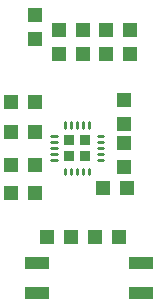
<source format=gbr>
G04 EAGLE Gerber RS-274X export*
G75*
%MOMM*%
%FSLAX34Y34*%
%LPD*%
%INSolderpaste Top*%
%IPPOS*%
%AMOC8*
5,1,8,0,0,1.08239X$1,22.5*%
G01*
%ADD10C,0.280000*%
%ADD11R,0.950000X0.950000*%
%ADD12R,1.200000X1.300000*%
%ADD13R,1.300000X1.200000*%
%ADD14R,2.000000X1.100000*%


D10*
X82900Y130000D02*
X87600Y130000D01*
X95000Y122600D02*
X95000Y117900D01*
X100000Y117900D02*
X100000Y122600D01*
X105000Y122600D02*
X105000Y117900D01*
X110000Y117900D02*
X110000Y122600D01*
X115000Y122600D02*
X115000Y117900D01*
X122400Y130000D02*
X127100Y130000D01*
X127100Y135000D02*
X122400Y135000D01*
X122400Y140000D02*
X127100Y140000D01*
X127100Y145000D02*
X122400Y145000D01*
X122400Y150000D02*
X127100Y150000D01*
X115000Y157400D02*
X115000Y162100D01*
X87600Y150000D02*
X82900Y150000D01*
X82900Y145000D02*
X87600Y145000D01*
X87600Y140000D02*
X82900Y140000D01*
X82900Y135000D02*
X87600Y135000D01*
D11*
X98250Y146750D03*
X111750Y146750D03*
X111750Y133250D03*
X98250Y133250D03*
D10*
X110000Y157400D02*
X110000Y162100D01*
X105000Y162100D02*
X105000Y157400D01*
X100000Y157400D02*
X100000Y162100D01*
X95000Y162100D02*
X95000Y157400D01*
D12*
X140160Y65000D03*
X119840Y65000D03*
X79840Y65000D03*
X100160Y65000D03*
X129840Y220000D03*
X150160Y220000D03*
X89840Y240000D03*
X110160Y240000D03*
D13*
X69000Y232840D03*
X69000Y253160D03*
D12*
X126840Y106000D03*
X147160Y106000D03*
D13*
X145000Y144160D03*
X145000Y123840D03*
X145000Y160840D03*
X145000Y181160D03*
D12*
X150160Y240000D03*
X129840Y240000D03*
X110160Y220000D03*
X89840Y220000D03*
D14*
X159000Y17300D03*
X159000Y42700D03*
X71000Y17300D03*
X71000Y42700D03*
D12*
X48840Y126000D03*
X69160Y126000D03*
X48840Y102000D03*
X69160Y102000D03*
X48840Y179000D03*
X69160Y179000D03*
X48840Y154000D03*
X69160Y154000D03*
M02*

</source>
